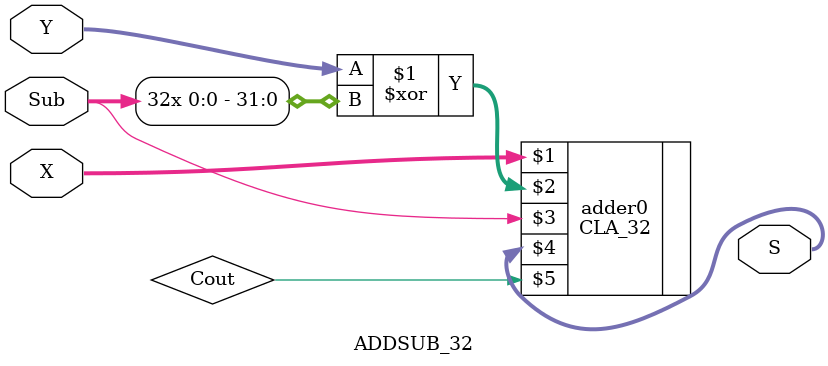
<source format=v>
`timescale 1ns / 1ps


module ADDSUB_32(X,Y,Sub,S);
    input [31:0]X,Y;
    wire Cout;
    input Sub;
    output [31:0]S;
    CLA_32 adder0(X,Y^{32{Sub}},Sub,S,Cout);
endmodule

</source>
